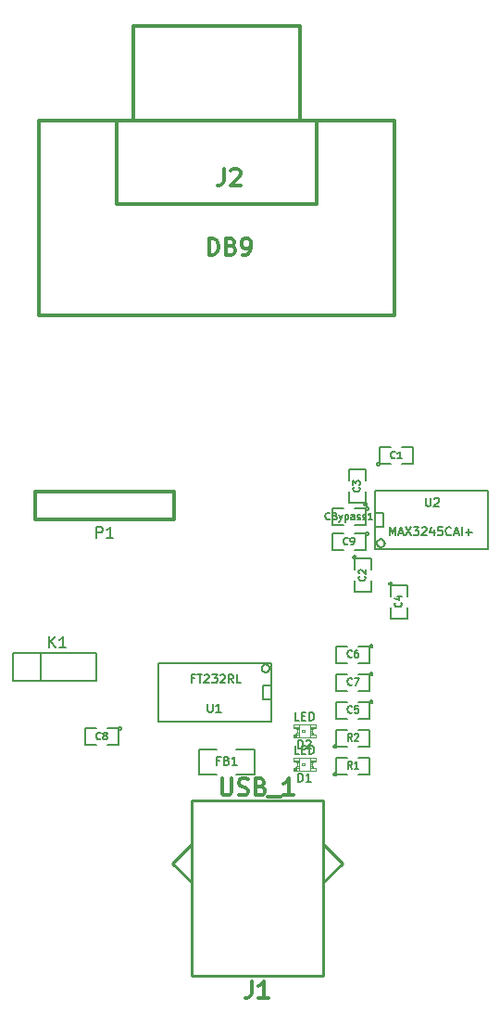
<source format=gto>
G04 (created by PCBNEW-RS274X (2012-02-19 BZR 3421)-stable) date jue 22 mar 2012 00:35:12 COT*
G01*
G70*
G90*
%MOIN*%
G04 Gerber Fmt 3.4, Leading zero omitted, Abs format*
%FSLAX34Y34*%
G04 APERTURE LIST*
%ADD10C,0.006000*%
%ADD11C,0.005000*%
%ADD12C,0.012000*%
%ADD13C,0.002600*%
%ADD14C,0.004000*%
%ADD15C,0.002000*%
%ADD16C,0.010000*%
%ADD17C,0.008000*%
G04 APERTURE END LIST*
G54D10*
G54D11*
X96941Y-47850D02*
X96938Y-47877D01*
X96930Y-47903D01*
X96917Y-47928D01*
X96900Y-47949D01*
X96878Y-47966D01*
X96854Y-47979D01*
X96828Y-47988D01*
X96800Y-47990D01*
X96774Y-47988D01*
X96748Y-47980D01*
X96723Y-47967D01*
X96702Y-47950D01*
X96684Y-47929D01*
X96671Y-47905D01*
X96663Y-47879D01*
X96660Y-47851D01*
X96662Y-47825D01*
X96669Y-47799D01*
X96682Y-47774D01*
X96699Y-47753D01*
X96720Y-47735D01*
X96744Y-47721D01*
X96770Y-47713D01*
X96798Y-47710D01*
X96824Y-47712D01*
X96850Y-47719D01*
X96875Y-47731D01*
X96897Y-47748D01*
X96915Y-47769D01*
X96928Y-47793D01*
X96937Y-47819D01*
X96940Y-47847D01*
X96941Y-47850D01*
X97000Y-48950D02*
X96700Y-48950D01*
X96700Y-48950D02*
X96700Y-48450D01*
X96700Y-48450D02*
X97000Y-48450D01*
X92950Y-47650D02*
X97000Y-47650D01*
X97000Y-49750D02*
X92950Y-49750D01*
X97000Y-49750D02*
X97000Y-47650D01*
X92950Y-49750D02*
X92950Y-47650D01*
X101091Y-43350D02*
X101088Y-43377D01*
X101080Y-43403D01*
X101067Y-43428D01*
X101050Y-43449D01*
X101028Y-43466D01*
X101004Y-43479D01*
X100978Y-43488D01*
X100950Y-43490D01*
X100924Y-43488D01*
X100898Y-43480D01*
X100873Y-43467D01*
X100852Y-43450D01*
X100834Y-43429D01*
X100821Y-43405D01*
X100813Y-43379D01*
X100810Y-43351D01*
X100812Y-43325D01*
X100819Y-43299D01*
X100832Y-43274D01*
X100849Y-43253D01*
X100870Y-43235D01*
X100894Y-43221D01*
X100920Y-43213D01*
X100948Y-43210D01*
X100974Y-43212D01*
X101000Y-43219D01*
X101025Y-43231D01*
X101047Y-43248D01*
X101065Y-43269D01*
X101078Y-43293D01*
X101087Y-43319D01*
X101090Y-43347D01*
X101091Y-43350D01*
X100750Y-42250D02*
X101050Y-42250D01*
X101050Y-42250D02*
X101050Y-42750D01*
X101050Y-42750D02*
X100750Y-42750D01*
X104800Y-43550D02*
X100750Y-43550D01*
X100750Y-41450D02*
X104800Y-41450D01*
X100750Y-41450D02*
X100750Y-43550D01*
X104800Y-41450D02*
X104800Y-43550D01*
X96400Y-51650D02*
X96400Y-50750D01*
X96400Y-50750D02*
X95750Y-50750D01*
X95050Y-51650D02*
X94400Y-51650D01*
X94400Y-51650D02*
X94400Y-50750D01*
X94400Y-50750D02*
X95050Y-50750D01*
X95750Y-51650D02*
X96400Y-51650D01*
X100500Y-42100D02*
X100499Y-42109D01*
X100496Y-42119D01*
X100491Y-42127D01*
X100485Y-42135D01*
X100477Y-42141D01*
X100469Y-42146D01*
X100460Y-42148D01*
X100450Y-42149D01*
X100441Y-42149D01*
X100432Y-42146D01*
X100423Y-42141D01*
X100416Y-42135D01*
X100409Y-42128D01*
X100405Y-42119D01*
X100402Y-42110D01*
X100401Y-42100D01*
X100401Y-42091D01*
X100404Y-42082D01*
X100408Y-42073D01*
X100415Y-42066D01*
X100422Y-42059D01*
X100430Y-42055D01*
X100440Y-42052D01*
X100449Y-42051D01*
X100458Y-42051D01*
X100468Y-42054D01*
X100476Y-42058D01*
X100484Y-42064D01*
X100490Y-42072D01*
X100495Y-42080D01*
X100498Y-42089D01*
X100499Y-42099D01*
X100500Y-42100D01*
X100000Y-42100D02*
X100400Y-42100D01*
X100400Y-42100D02*
X100400Y-42700D01*
X100400Y-42700D02*
X100000Y-42700D01*
X99600Y-42700D02*
X99200Y-42700D01*
X99200Y-42700D02*
X99200Y-42100D01*
X99200Y-42100D02*
X99600Y-42100D01*
X99350Y-50650D02*
X99349Y-50659D01*
X99346Y-50669D01*
X99341Y-50677D01*
X99335Y-50685D01*
X99327Y-50691D01*
X99319Y-50696D01*
X99310Y-50698D01*
X99300Y-50699D01*
X99291Y-50699D01*
X99282Y-50696D01*
X99273Y-50691D01*
X99266Y-50685D01*
X99259Y-50678D01*
X99255Y-50669D01*
X99252Y-50660D01*
X99251Y-50650D01*
X99251Y-50641D01*
X99254Y-50632D01*
X99258Y-50623D01*
X99265Y-50616D01*
X99272Y-50609D01*
X99280Y-50605D01*
X99290Y-50602D01*
X99299Y-50601D01*
X99308Y-50601D01*
X99318Y-50604D01*
X99326Y-50608D01*
X99334Y-50614D01*
X99340Y-50622D01*
X99345Y-50630D01*
X99348Y-50639D01*
X99349Y-50649D01*
X99350Y-50650D01*
X99750Y-50650D02*
X99350Y-50650D01*
X99350Y-50650D02*
X99350Y-50050D01*
X99350Y-50050D02*
X99750Y-50050D01*
X100150Y-50050D02*
X100550Y-50050D01*
X100550Y-50050D02*
X100550Y-50650D01*
X100550Y-50650D02*
X100150Y-50650D01*
X99350Y-51650D02*
X99349Y-51659D01*
X99346Y-51669D01*
X99341Y-51677D01*
X99335Y-51685D01*
X99327Y-51691D01*
X99319Y-51696D01*
X99310Y-51698D01*
X99300Y-51699D01*
X99291Y-51699D01*
X99282Y-51696D01*
X99273Y-51691D01*
X99266Y-51685D01*
X99259Y-51678D01*
X99255Y-51669D01*
X99252Y-51660D01*
X99251Y-51650D01*
X99251Y-51641D01*
X99254Y-51632D01*
X99258Y-51623D01*
X99265Y-51616D01*
X99272Y-51609D01*
X99280Y-51605D01*
X99290Y-51602D01*
X99299Y-51601D01*
X99308Y-51601D01*
X99318Y-51604D01*
X99326Y-51608D01*
X99334Y-51614D01*
X99340Y-51622D01*
X99345Y-51630D01*
X99348Y-51639D01*
X99349Y-51649D01*
X99350Y-51650D01*
X99750Y-51650D02*
X99350Y-51650D01*
X99350Y-51650D02*
X99350Y-51050D01*
X99350Y-51050D02*
X99750Y-51050D01*
X100150Y-51050D02*
X100550Y-51050D01*
X100550Y-51050D02*
X100550Y-51650D01*
X100550Y-51650D02*
X100150Y-51650D01*
X100050Y-43850D02*
X100049Y-43859D01*
X100046Y-43869D01*
X100041Y-43877D01*
X100035Y-43885D01*
X100027Y-43891D01*
X100019Y-43896D01*
X100010Y-43898D01*
X100000Y-43899D01*
X99991Y-43899D01*
X99982Y-43896D01*
X99973Y-43891D01*
X99966Y-43885D01*
X99959Y-43878D01*
X99955Y-43869D01*
X99952Y-43860D01*
X99951Y-43850D01*
X99951Y-43841D01*
X99954Y-43832D01*
X99958Y-43823D01*
X99965Y-43816D01*
X99972Y-43809D01*
X99980Y-43805D01*
X99990Y-43802D01*
X99999Y-43801D01*
X100008Y-43801D01*
X100018Y-43804D01*
X100026Y-43808D01*
X100034Y-43814D01*
X100040Y-43822D01*
X100045Y-43830D01*
X100048Y-43839D01*
X100049Y-43849D01*
X100050Y-43850D01*
X100000Y-44300D02*
X100000Y-43900D01*
X100000Y-43900D02*
X100600Y-43900D01*
X100600Y-43900D02*
X100600Y-44300D01*
X100600Y-44700D02*
X100600Y-45100D01*
X100600Y-45100D02*
X100000Y-45100D01*
X100000Y-45100D02*
X100000Y-44700D01*
X100900Y-40500D02*
X100899Y-40509D01*
X100896Y-40519D01*
X100891Y-40527D01*
X100885Y-40535D01*
X100877Y-40541D01*
X100869Y-40546D01*
X100860Y-40548D01*
X100850Y-40549D01*
X100841Y-40549D01*
X100832Y-40546D01*
X100823Y-40541D01*
X100816Y-40535D01*
X100809Y-40528D01*
X100805Y-40519D01*
X100802Y-40510D01*
X100801Y-40500D01*
X100801Y-40491D01*
X100804Y-40482D01*
X100808Y-40473D01*
X100815Y-40466D01*
X100822Y-40459D01*
X100830Y-40455D01*
X100840Y-40452D01*
X100849Y-40451D01*
X100858Y-40451D01*
X100868Y-40454D01*
X100876Y-40458D01*
X100884Y-40464D01*
X100890Y-40472D01*
X100895Y-40480D01*
X100898Y-40489D01*
X100899Y-40499D01*
X100900Y-40500D01*
X101300Y-40500D02*
X100900Y-40500D01*
X100900Y-40500D02*
X100900Y-39900D01*
X100900Y-39900D02*
X101300Y-39900D01*
X101700Y-39900D02*
X102100Y-39900D01*
X102100Y-39900D02*
X102100Y-40500D01*
X102100Y-40500D02*
X101700Y-40500D01*
X91600Y-50000D02*
X91599Y-50009D01*
X91596Y-50019D01*
X91591Y-50027D01*
X91585Y-50035D01*
X91577Y-50041D01*
X91569Y-50046D01*
X91560Y-50048D01*
X91550Y-50049D01*
X91541Y-50049D01*
X91532Y-50046D01*
X91523Y-50041D01*
X91516Y-50035D01*
X91509Y-50028D01*
X91505Y-50019D01*
X91502Y-50010D01*
X91501Y-50000D01*
X91501Y-49991D01*
X91504Y-49982D01*
X91508Y-49973D01*
X91515Y-49966D01*
X91522Y-49959D01*
X91530Y-49955D01*
X91540Y-49952D01*
X91549Y-49951D01*
X91558Y-49951D01*
X91568Y-49954D01*
X91576Y-49958D01*
X91584Y-49964D01*
X91590Y-49972D01*
X91595Y-49980D01*
X91598Y-49989D01*
X91599Y-49999D01*
X91600Y-50000D01*
X91100Y-50000D02*
X91500Y-50000D01*
X91500Y-50000D02*
X91500Y-50600D01*
X91500Y-50600D02*
X91100Y-50600D01*
X90700Y-50600D02*
X90300Y-50600D01*
X90300Y-50600D02*
X90300Y-50000D01*
X90300Y-50000D02*
X90700Y-50000D01*
X100650Y-48050D02*
X100649Y-48059D01*
X100646Y-48069D01*
X100641Y-48077D01*
X100635Y-48085D01*
X100627Y-48091D01*
X100619Y-48096D01*
X100610Y-48098D01*
X100600Y-48099D01*
X100591Y-48099D01*
X100582Y-48096D01*
X100573Y-48091D01*
X100566Y-48085D01*
X100559Y-48078D01*
X100555Y-48069D01*
X100552Y-48060D01*
X100551Y-48050D01*
X100551Y-48041D01*
X100554Y-48032D01*
X100558Y-48023D01*
X100565Y-48016D01*
X100572Y-48009D01*
X100580Y-48005D01*
X100590Y-48002D01*
X100599Y-48001D01*
X100608Y-48001D01*
X100618Y-48004D01*
X100626Y-48008D01*
X100634Y-48014D01*
X100640Y-48022D01*
X100645Y-48030D01*
X100648Y-48039D01*
X100649Y-48049D01*
X100650Y-48050D01*
X100150Y-48050D02*
X100550Y-48050D01*
X100550Y-48050D02*
X100550Y-48650D01*
X100550Y-48650D02*
X100150Y-48650D01*
X99750Y-48650D02*
X99350Y-48650D01*
X99350Y-48650D02*
X99350Y-48050D01*
X99350Y-48050D02*
X99750Y-48050D01*
X100650Y-47050D02*
X100649Y-47059D01*
X100646Y-47069D01*
X100641Y-47077D01*
X100635Y-47085D01*
X100627Y-47091D01*
X100619Y-47096D01*
X100610Y-47098D01*
X100600Y-47099D01*
X100591Y-47099D01*
X100582Y-47096D01*
X100573Y-47091D01*
X100566Y-47085D01*
X100559Y-47078D01*
X100555Y-47069D01*
X100552Y-47060D01*
X100551Y-47050D01*
X100551Y-47041D01*
X100554Y-47032D01*
X100558Y-47023D01*
X100565Y-47016D01*
X100572Y-47009D01*
X100580Y-47005D01*
X100590Y-47002D01*
X100599Y-47001D01*
X100608Y-47001D01*
X100618Y-47004D01*
X100626Y-47008D01*
X100634Y-47014D01*
X100640Y-47022D01*
X100645Y-47030D01*
X100648Y-47039D01*
X100649Y-47049D01*
X100650Y-47050D01*
X100150Y-47050D02*
X100550Y-47050D01*
X100550Y-47050D02*
X100550Y-47650D01*
X100550Y-47650D02*
X100150Y-47650D01*
X99750Y-47650D02*
X99350Y-47650D01*
X99350Y-47650D02*
X99350Y-47050D01*
X99350Y-47050D02*
X99750Y-47050D01*
X100650Y-49050D02*
X100649Y-49059D01*
X100646Y-49069D01*
X100641Y-49077D01*
X100635Y-49085D01*
X100627Y-49091D01*
X100619Y-49096D01*
X100610Y-49098D01*
X100600Y-49099D01*
X100591Y-49099D01*
X100582Y-49096D01*
X100573Y-49091D01*
X100566Y-49085D01*
X100559Y-49078D01*
X100555Y-49069D01*
X100552Y-49060D01*
X100551Y-49050D01*
X100551Y-49041D01*
X100554Y-49032D01*
X100558Y-49023D01*
X100565Y-49016D01*
X100572Y-49009D01*
X100580Y-49005D01*
X100590Y-49002D01*
X100599Y-49001D01*
X100608Y-49001D01*
X100618Y-49004D01*
X100626Y-49008D01*
X100634Y-49014D01*
X100640Y-49022D01*
X100645Y-49030D01*
X100648Y-49039D01*
X100649Y-49049D01*
X100650Y-49050D01*
X100150Y-49050D02*
X100550Y-49050D01*
X100550Y-49050D02*
X100550Y-49650D01*
X100550Y-49650D02*
X100150Y-49650D01*
X99750Y-49650D02*
X99350Y-49650D01*
X99350Y-49650D02*
X99350Y-49050D01*
X99350Y-49050D02*
X99750Y-49050D01*
X101350Y-44800D02*
X101349Y-44809D01*
X101346Y-44819D01*
X101341Y-44827D01*
X101335Y-44835D01*
X101327Y-44841D01*
X101319Y-44846D01*
X101310Y-44848D01*
X101300Y-44849D01*
X101291Y-44849D01*
X101282Y-44846D01*
X101273Y-44841D01*
X101266Y-44835D01*
X101259Y-44828D01*
X101255Y-44819D01*
X101252Y-44810D01*
X101251Y-44800D01*
X101251Y-44791D01*
X101254Y-44782D01*
X101258Y-44773D01*
X101265Y-44766D01*
X101272Y-44759D01*
X101280Y-44755D01*
X101290Y-44752D01*
X101299Y-44751D01*
X101308Y-44751D01*
X101318Y-44754D01*
X101326Y-44758D01*
X101334Y-44764D01*
X101340Y-44772D01*
X101345Y-44780D01*
X101348Y-44789D01*
X101349Y-44799D01*
X101350Y-44800D01*
X101300Y-45250D02*
X101300Y-44850D01*
X101300Y-44850D02*
X101900Y-44850D01*
X101900Y-44850D02*
X101900Y-45250D01*
X101900Y-45650D02*
X101900Y-46050D01*
X101900Y-46050D02*
X101300Y-46050D01*
X101300Y-46050D02*
X101300Y-45650D01*
X100450Y-41950D02*
X100449Y-41959D01*
X100446Y-41969D01*
X100441Y-41977D01*
X100435Y-41985D01*
X100427Y-41991D01*
X100419Y-41996D01*
X100410Y-41998D01*
X100400Y-41999D01*
X100391Y-41999D01*
X100382Y-41996D01*
X100373Y-41991D01*
X100366Y-41985D01*
X100359Y-41978D01*
X100355Y-41969D01*
X100352Y-41960D01*
X100351Y-41950D01*
X100351Y-41941D01*
X100354Y-41932D01*
X100358Y-41923D01*
X100365Y-41916D01*
X100372Y-41909D01*
X100380Y-41905D01*
X100390Y-41902D01*
X100399Y-41901D01*
X100408Y-41901D01*
X100418Y-41904D01*
X100426Y-41908D01*
X100434Y-41914D01*
X100440Y-41922D01*
X100445Y-41930D01*
X100448Y-41939D01*
X100449Y-41949D01*
X100450Y-41950D01*
X100400Y-41500D02*
X100400Y-41900D01*
X100400Y-41900D02*
X99800Y-41900D01*
X99800Y-41900D02*
X99800Y-41500D01*
X99800Y-41100D02*
X99800Y-40700D01*
X99800Y-40700D02*
X100400Y-40700D01*
X100400Y-40700D02*
X100400Y-41100D01*
G54D12*
X93500Y-42500D02*
X93500Y-41500D01*
X88500Y-41500D02*
X88500Y-42500D01*
X93500Y-42500D02*
X88500Y-42500D01*
X88500Y-41500D02*
X93500Y-41500D01*
G54D10*
X87700Y-48300D02*
X87700Y-47300D01*
X87700Y-47300D02*
X90700Y-47300D01*
X90700Y-47300D02*
X90700Y-48300D01*
X90700Y-48300D02*
X87700Y-48300D01*
X88700Y-47300D02*
X88700Y-48300D01*
G54D13*
X98004Y-51182D02*
X98004Y-51054D01*
X98004Y-51054D02*
X97807Y-51054D01*
X97807Y-51182D02*
X97807Y-51054D01*
X98004Y-51182D02*
X97807Y-51182D01*
X98004Y-51427D02*
X98004Y-51368D01*
X98004Y-51368D02*
X97905Y-51368D01*
X97905Y-51427D02*
X97905Y-51368D01*
X98004Y-51427D02*
X97905Y-51427D01*
X98004Y-51232D02*
X98004Y-51173D01*
X98004Y-51173D02*
X97905Y-51173D01*
X97905Y-51232D02*
X97905Y-51173D01*
X98004Y-51232D02*
X97905Y-51232D01*
X98004Y-51378D02*
X98004Y-51222D01*
X98004Y-51222D02*
X97935Y-51222D01*
X97935Y-51378D02*
X97935Y-51222D01*
X98004Y-51378D02*
X97935Y-51378D01*
X98593Y-51182D02*
X98593Y-51054D01*
X98593Y-51054D02*
X98396Y-51054D01*
X98396Y-51182D02*
X98396Y-51054D01*
X98593Y-51182D02*
X98396Y-51182D01*
X98593Y-51546D02*
X98593Y-51418D01*
X98593Y-51418D02*
X98396Y-51418D01*
X98396Y-51546D02*
X98396Y-51418D01*
X98593Y-51546D02*
X98396Y-51546D01*
X98495Y-51232D02*
X98495Y-51173D01*
X98495Y-51173D02*
X98396Y-51173D01*
X98396Y-51232D02*
X98396Y-51173D01*
X98495Y-51232D02*
X98396Y-51232D01*
X98495Y-51427D02*
X98495Y-51368D01*
X98495Y-51368D02*
X98396Y-51368D01*
X98396Y-51427D02*
X98396Y-51368D01*
X98495Y-51427D02*
X98396Y-51427D01*
X98465Y-51378D02*
X98465Y-51222D01*
X98465Y-51222D02*
X98396Y-51222D01*
X98396Y-51378D02*
X98396Y-51222D01*
X98465Y-51378D02*
X98396Y-51378D01*
X98200Y-51339D02*
X98200Y-51261D01*
X98200Y-51261D02*
X98122Y-51261D01*
X98122Y-51339D02*
X98122Y-51261D01*
X98200Y-51339D02*
X98122Y-51339D01*
X98004Y-51536D02*
X98004Y-51418D01*
X98004Y-51418D02*
X97886Y-51418D01*
X97886Y-51536D02*
X97886Y-51418D01*
X98004Y-51536D02*
X97886Y-51536D01*
X97836Y-51546D02*
X97836Y-51457D01*
X97836Y-51457D02*
X97807Y-51457D01*
X97807Y-51546D02*
X97807Y-51457D01*
X97836Y-51546D02*
X97807Y-51546D01*
G54D14*
X97994Y-51074D02*
X98406Y-51074D01*
X98396Y-51526D02*
X97836Y-51526D01*
G54D15*
X97894Y-51477D02*
X97893Y-51482D01*
X97891Y-51487D01*
X97889Y-51492D01*
X97885Y-51496D01*
X97881Y-51500D01*
X97876Y-51502D01*
X97871Y-51504D01*
X97866Y-51504D01*
X97861Y-51504D01*
X97856Y-51502D01*
X97851Y-51500D01*
X97847Y-51497D01*
X97843Y-51492D01*
X97841Y-51488D01*
X97839Y-51482D01*
X97839Y-51477D01*
X97839Y-51472D01*
X97840Y-51467D01*
X97843Y-51462D01*
X97846Y-51458D01*
X97851Y-51455D01*
X97855Y-51452D01*
X97860Y-51450D01*
X97866Y-51450D01*
X97870Y-51450D01*
X97876Y-51451D01*
X97881Y-51454D01*
X97885Y-51457D01*
X97888Y-51461D01*
X97891Y-51466D01*
X97893Y-51471D01*
X97893Y-51477D01*
X97894Y-51477D01*
G54D14*
X97807Y-51437D02*
X97818Y-51436D01*
X97830Y-51434D01*
X97842Y-51432D01*
X97853Y-51428D01*
X97864Y-51424D01*
X97875Y-51418D01*
X97885Y-51412D01*
X97895Y-51404D01*
X97903Y-51396D01*
X97911Y-51388D01*
X97919Y-51378D01*
X97925Y-51368D01*
X97931Y-51357D01*
X97935Y-51346D01*
X97939Y-51335D01*
X97941Y-51323D01*
X97943Y-51311D01*
X97944Y-51300D01*
X97943Y-51289D01*
X97941Y-51277D01*
X97939Y-51265D01*
X97935Y-51254D01*
X97931Y-51243D01*
X97925Y-51232D01*
X97919Y-51222D01*
X97911Y-51212D01*
X97903Y-51204D01*
X97895Y-51196D01*
X97885Y-51188D01*
X97875Y-51182D01*
X97864Y-51176D01*
X97853Y-51172D01*
X97842Y-51168D01*
X97830Y-51166D01*
X97818Y-51164D01*
X97807Y-51163D01*
X98593Y-51163D02*
X98582Y-51164D01*
X98570Y-51166D01*
X98558Y-51168D01*
X98547Y-51172D01*
X98536Y-51176D01*
X98525Y-51182D01*
X98515Y-51188D01*
X98505Y-51196D01*
X98497Y-51204D01*
X98489Y-51212D01*
X98481Y-51222D01*
X98475Y-51232D01*
X98469Y-51243D01*
X98465Y-51254D01*
X98461Y-51265D01*
X98459Y-51277D01*
X98457Y-51289D01*
X98456Y-51300D01*
X98457Y-51311D01*
X98459Y-51323D01*
X98461Y-51335D01*
X98465Y-51346D01*
X98469Y-51357D01*
X98475Y-51368D01*
X98481Y-51378D01*
X98489Y-51388D01*
X98497Y-51396D01*
X98505Y-51404D01*
X98515Y-51412D01*
X98525Y-51418D01*
X98536Y-51424D01*
X98547Y-51428D01*
X98558Y-51432D01*
X98570Y-51434D01*
X98582Y-51436D01*
X98593Y-51437D01*
G54D13*
X98004Y-49982D02*
X98004Y-49854D01*
X98004Y-49854D02*
X97807Y-49854D01*
X97807Y-49982D02*
X97807Y-49854D01*
X98004Y-49982D02*
X97807Y-49982D01*
X98004Y-50227D02*
X98004Y-50168D01*
X98004Y-50168D02*
X97905Y-50168D01*
X97905Y-50227D02*
X97905Y-50168D01*
X98004Y-50227D02*
X97905Y-50227D01*
X98004Y-50032D02*
X98004Y-49973D01*
X98004Y-49973D02*
X97905Y-49973D01*
X97905Y-50032D02*
X97905Y-49973D01*
X98004Y-50032D02*
X97905Y-50032D01*
X98004Y-50178D02*
X98004Y-50022D01*
X98004Y-50022D02*
X97935Y-50022D01*
X97935Y-50178D02*
X97935Y-50022D01*
X98004Y-50178D02*
X97935Y-50178D01*
X98593Y-49982D02*
X98593Y-49854D01*
X98593Y-49854D02*
X98396Y-49854D01*
X98396Y-49982D02*
X98396Y-49854D01*
X98593Y-49982D02*
X98396Y-49982D01*
X98593Y-50346D02*
X98593Y-50218D01*
X98593Y-50218D02*
X98396Y-50218D01*
X98396Y-50346D02*
X98396Y-50218D01*
X98593Y-50346D02*
X98396Y-50346D01*
X98495Y-50032D02*
X98495Y-49973D01*
X98495Y-49973D02*
X98396Y-49973D01*
X98396Y-50032D02*
X98396Y-49973D01*
X98495Y-50032D02*
X98396Y-50032D01*
X98495Y-50227D02*
X98495Y-50168D01*
X98495Y-50168D02*
X98396Y-50168D01*
X98396Y-50227D02*
X98396Y-50168D01*
X98495Y-50227D02*
X98396Y-50227D01*
X98465Y-50178D02*
X98465Y-50022D01*
X98465Y-50022D02*
X98396Y-50022D01*
X98396Y-50178D02*
X98396Y-50022D01*
X98465Y-50178D02*
X98396Y-50178D01*
X98200Y-50139D02*
X98200Y-50061D01*
X98200Y-50061D02*
X98122Y-50061D01*
X98122Y-50139D02*
X98122Y-50061D01*
X98200Y-50139D02*
X98122Y-50139D01*
X98004Y-50336D02*
X98004Y-50218D01*
X98004Y-50218D02*
X97886Y-50218D01*
X97886Y-50336D02*
X97886Y-50218D01*
X98004Y-50336D02*
X97886Y-50336D01*
X97836Y-50346D02*
X97836Y-50257D01*
X97836Y-50257D02*
X97807Y-50257D01*
X97807Y-50346D02*
X97807Y-50257D01*
X97836Y-50346D02*
X97807Y-50346D01*
G54D14*
X97994Y-49874D02*
X98406Y-49874D01*
X98396Y-50326D02*
X97836Y-50326D01*
G54D15*
X97894Y-50277D02*
X97893Y-50282D01*
X97891Y-50287D01*
X97889Y-50292D01*
X97885Y-50296D01*
X97881Y-50300D01*
X97876Y-50302D01*
X97871Y-50304D01*
X97866Y-50304D01*
X97861Y-50304D01*
X97856Y-50302D01*
X97851Y-50300D01*
X97847Y-50297D01*
X97843Y-50292D01*
X97841Y-50288D01*
X97839Y-50282D01*
X97839Y-50277D01*
X97839Y-50272D01*
X97840Y-50267D01*
X97843Y-50262D01*
X97846Y-50258D01*
X97851Y-50255D01*
X97855Y-50252D01*
X97860Y-50250D01*
X97866Y-50250D01*
X97870Y-50250D01*
X97876Y-50251D01*
X97881Y-50254D01*
X97885Y-50257D01*
X97888Y-50261D01*
X97891Y-50266D01*
X97893Y-50271D01*
X97893Y-50277D01*
X97894Y-50277D01*
G54D14*
X97807Y-50237D02*
X97818Y-50236D01*
X97830Y-50234D01*
X97842Y-50232D01*
X97853Y-50228D01*
X97864Y-50224D01*
X97875Y-50218D01*
X97885Y-50212D01*
X97895Y-50204D01*
X97903Y-50196D01*
X97911Y-50188D01*
X97919Y-50178D01*
X97925Y-50168D01*
X97931Y-50157D01*
X97935Y-50146D01*
X97939Y-50135D01*
X97941Y-50123D01*
X97943Y-50111D01*
X97944Y-50100D01*
X97943Y-50089D01*
X97941Y-50077D01*
X97939Y-50065D01*
X97935Y-50054D01*
X97931Y-50043D01*
X97925Y-50032D01*
X97919Y-50022D01*
X97911Y-50012D01*
X97903Y-50004D01*
X97895Y-49996D01*
X97885Y-49988D01*
X97875Y-49982D01*
X97864Y-49976D01*
X97853Y-49972D01*
X97842Y-49968D01*
X97830Y-49966D01*
X97818Y-49964D01*
X97807Y-49963D01*
X98593Y-49963D02*
X98582Y-49964D01*
X98570Y-49966D01*
X98558Y-49968D01*
X98547Y-49972D01*
X98536Y-49976D01*
X98525Y-49982D01*
X98515Y-49988D01*
X98505Y-49996D01*
X98497Y-50004D01*
X98489Y-50012D01*
X98481Y-50022D01*
X98475Y-50032D01*
X98469Y-50043D01*
X98465Y-50054D01*
X98461Y-50065D01*
X98459Y-50077D01*
X98457Y-50089D01*
X98456Y-50100D01*
X98457Y-50111D01*
X98459Y-50123D01*
X98461Y-50135D01*
X98465Y-50146D01*
X98469Y-50157D01*
X98475Y-50168D01*
X98481Y-50178D01*
X98489Y-50188D01*
X98497Y-50196D01*
X98505Y-50204D01*
X98515Y-50212D01*
X98525Y-50218D01*
X98536Y-50224D01*
X98547Y-50228D01*
X98558Y-50232D01*
X98570Y-50234D01*
X98582Y-50236D01*
X98593Y-50237D01*
G54D12*
X88650Y-35150D02*
X101450Y-35150D01*
X101450Y-35150D02*
X101450Y-28150D01*
X101450Y-28150D02*
X88650Y-28150D01*
X88650Y-28150D02*
X88650Y-35150D01*
X91450Y-28150D02*
X91450Y-31150D01*
X91450Y-31150D02*
X98650Y-31150D01*
X98650Y-31150D02*
X98650Y-28150D01*
X92050Y-28150D02*
X92050Y-24750D01*
X92050Y-24750D02*
X98050Y-24750D01*
X98050Y-24750D02*
X98050Y-28150D01*
G54D16*
X98870Y-54160D02*
X99560Y-54850D01*
X99560Y-54850D02*
X98870Y-55540D01*
X94130Y-54160D02*
X93440Y-54850D01*
X93440Y-54850D02*
X94130Y-55540D01*
X94130Y-54850D02*
X94130Y-58910D01*
X94130Y-58910D02*
X98870Y-58910D01*
X98870Y-58910D02*
X98870Y-54850D01*
X98870Y-54850D02*
X98870Y-52600D01*
X98870Y-52600D02*
X94130Y-52600D01*
X94130Y-52600D02*
X94130Y-54850D01*
G54D11*
X100500Y-43000D02*
X100499Y-43009D01*
X100496Y-43019D01*
X100491Y-43027D01*
X100485Y-43035D01*
X100477Y-43041D01*
X100469Y-43046D01*
X100460Y-43048D01*
X100450Y-43049D01*
X100441Y-43049D01*
X100432Y-43046D01*
X100423Y-43041D01*
X100416Y-43035D01*
X100409Y-43028D01*
X100405Y-43019D01*
X100402Y-43010D01*
X100401Y-43000D01*
X100401Y-42991D01*
X100404Y-42982D01*
X100408Y-42973D01*
X100415Y-42966D01*
X100422Y-42959D01*
X100430Y-42955D01*
X100440Y-42952D01*
X100449Y-42951D01*
X100458Y-42951D01*
X100468Y-42954D01*
X100476Y-42958D01*
X100484Y-42964D01*
X100490Y-42972D01*
X100495Y-42980D01*
X100498Y-42989D01*
X100499Y-42999D01*
X100500Y-43000D01*
X100000Y-43000D02*
X100400Y-43000D01*
X100400Y-43000D02*
X100400Y-43600D01*
X100400Y-43600D02*
X100000Y-43600D01*
X99600Y-43600D02*
X99200Y-43600D01*
X99200Y-43600D02*
X99200Y-43000D01*
X99200Y-43000D02*
X99600Y-43000D01*
X94721Y-49121D02*
X94721Y-49364D01*
X94736Y-49393D01*
X94750Y-49407D01*
X94779Y-49421D01*
X94836Y-49421D01*
X94864Y-49407D01*
X94879Y-49393D01*
X94893Y-49364D01*
X94893Y-49121D01*
X95193Y-49421D02*
X95021Y-49421D01*
X95107Y-49421D02*
X95107Y-49121D01*
X95078Y-49164D01*
X95050Y-49193D01*
X95021Y-49207D01*
X94228Y-48214D02*
X94128Y-48214D01*
X94128Y-48371D02*
X94128Y-48071D01*
X94271Y-48071D01*
X94343Y-48071D02*
X94514Y-48071D01*
X94428Y-48371D02*
X94428Y-48071D01*
X94600Y-48100D02*
X94614Y-48086D01*
X94643Y-48071D01*
X94714Y-48071D01*
X94743Y-48086D01*
X94757Y-48100D01*
X94772Y-48129D01*
X94772Y-48157D01*
X94757Y-48200D01*
X94586Y-48371D01*
X94772Y-48371D01*
X94872Y-48071D02*
X95058Y-48071D01*
X94958Y-48186D01*
X95000Y-48186D01*
X95029Y-48200D01*
X95043Y-48214D01*
X95058Y-48243D01*
X95058Y-48314D01*
X95043Y-48343D01*
X95029Y-48357D01*
X95000Y-48371D01*
X94915Y-48371D01*
X94886Y-48357D01*
X94872Y-48343D01*
X95172Y-48100D02*
X95186Y-48086D01*
X95215Y-48071D01*
X95286Y-48071D01*
X95315Y-48086D01*
X95329Y-48100D01*
X95344Y-48129D01*
X95344Y-48157D01*
X95329Y-48200D01*
X95158Y-48371D01*
X95344Y-48371D01*
X95644Y-48371D02*
X95544Y-48229D01*
X95472Y-48371D02*
X95472Y-48071D01*
X95587Y-48071D01*
X95615Y-48086D01*
X95630Y-48100D01*
X95644Y-48129D01*
X95644Y-48171D01*
X95630Y-48200D01*
X95615Y-48214D01*
X95587Y-48229D01*
X95472Y-48229D01*
X95915Y-48371D02*
X95772Y-48371D01*
X95772Y-48071D01*
X102571Y-41721D02*
X102571Y-41964D01*
X102586Y-41993D01*
X102600Y-42007D01*
X102629Y-42021D01*
X102686Y-42021D01*
X102714Y-42007D01*
X102729Y-41993D01*
X102743Y-41964D01*
X102743Y-41721D01*
X102871Y-41750D02*
X102885Y-41736D01*
X102914Y-41721D01*
X102985Y-41721D01*
X103014Y-41736D01*
X103028Y-41750D01*
X103043Y-41779D01*
X103043Y-41807D01*
X103028Y-41850D01*
X102857Y-42021D01*
X103043Y-42021D01*
X101271Y-43071D02*
X101271Y-42771D01*
X101371Y-42986D01*
X101471Y-42771D01*
X101471Y-43071D01*
X101600Y-42986D02*
X101743Y-42986D01*
X101572Y-43071D02*
X101672Y-42771D01*
X101772Y-43071D01*
X101843Y-42771D02*
X102043Y-43071D01*
X102043Y-42771D02*
X101843Y-43071D01*
X102129Y-42771D02*
X102315Y-42771D01*
X102215Y-42886D01*
X102257Y-42886D01*
X102286Y-42900D01*
X102300Y-42914D01*
X102315Y-42943D01*
X102315Y-43014D01*
X102300Y-43043D01*
X102286Y-43057D01*
X102257Y-43071D01*
X102172Y-43071D01*
X102143Y-43057D01*
X102129Y-43043D01*
X102429Y-42800D02*
X102443Y-42786D01*
X102472Y-42771D01*
X102543Y-42771D01*
X102572Y-42786D01*
X102586Y-42800D01*
X102601Y-42829D01*
X102601Y-42857D01*
X102586Y-42900D01*
X102415Y-43071D01*
X102601Y-43071D01*
X102858Y-42871D02*
X102858Y-43071D01*
X102787Y-42757D02*
X102715Y-42971D01*
X102901Y-42971D01*
X103158Y-42771D02*
X103015Y-42771D01*
X103001Y-42914D01*
X103015Y-42900D01*
X103044Y-42886D01*
X103115Y-42886D01*
X103144Y-42900D01*
X103158Y-42914D01*
X103173Y-42943D01*
X103173Y-43014D01*
X103158Y-43043D01*
X103144Y-43057D01*
X103115Y-43071D01*
X103044Y-43071D01*
X103015Y-43057D01*
X103001Y-43043D01*
X103473Y-43043D02*
X103459Y-43057D01*
X103416Y-43071D01*
X103387Y-43071D01*
X103344Y-43057D01*
X103316Y-43029D01*
X103301Y-43000D01*
X103287Y-42943D01*
X103287Y-42900D01*
X103301Y-42843D01*
X103316Y-42814D01*
X103344Y-42786D01*
X103387Y-42771D01*
X103416Y-42771D01*
X103459Y-42786D01*
X103473Y-42800D01*
X103587Y-42986D02*
X103730Y-42986D01*
X103559Y-43071D02*
X103659Y-42771D01*
X103759Y-43071D01*
X103858Y-43071D02*
X103858Y-42771D01*
X104001Y-42957D02*
X104230Y-42957D01*
X104116Y-43071D02*
X104116Y-42843D01*
X95150Y-51164D02*
X95050Y-51164D01*
X95050Y-51321D02*
X95050Y-51021D01*
X95193Y-51021D01*
X95407Y-51164D02*
X95450Y-51179D01*
X95465Y-51193D01*
X95479Y-51221D01*
X95479Y-51264D01*
X95465Y-51293D01*
X95450Y-51307D01*
X95422Y-51321D01*
X95307Y-51321D01*
X95307Y-51021D01*
X95407Y-51021D01*
X95436Y-51036D01*
X95450Y-51050D01*
X95465Y-51079D01*
X95465Y-51107D01*
X95450Y-51136D01*
X95436Y-51150D01*
X95407Y-51164D01*
X95307Y-51164D01*
X95765Y-51321D02*
X95593Y-51321D01*
X95679Y-51321D02*
X95679Y-51021D01*
X95650Y-51064D01*
X95622Y-51093D01*
X95593Y-51107D01*
X99110Y-42477D02*
X99098Y-42489D01*
X99063Y-42501D01*
X99039Y-42501D01*
X99003Y-42489D01*
X98979Y-42465D01*
X98968Y-42442D01*
X98956Y-42394D01*
X98956Y-42358D01*
X98968Y-42311D01*
X98979Y-42287D01*
X99003Y-42263D01*
X99039Y-42251D01*
X99063Y-42251D01*
X99098Y-42263D01*
X99110Y-42275D01*
X99301Y-42370D02*
X99337Y-42382D01*
X99348Y-42394D01*
X99360Y-42418D01*
X99360Y-42454D01*
X99348Y-42477D01*
X99337Y-42489D01*
X99313Y-42501D01*
X99218Y-42501D01*
X99218Y-42251D01*
X99301Y-42251D01*
X99325Y-42263D01*
X99337Y-42275D01*
X99348Y-42299D01*
X99348Y-42323D01*
X99337Y-42346D01*
X99325Y-42358D01*
X99301Y-42370D01*
X99218Y-42370D01*
X99444Y-42335D02*
X99503Y-42501D01*
X99563Y-42335D02*
X99503Y-42501D01*
X99479Y-42561D01*
X99468Y-42573D01*
X99444Y-42585D01*
X99658Y-42335D02*
X99658Y-42585D01*
X99658Y-42346D02*
X99681Y-42335D01*
X99729Y-42335D01*
X99753Y-42346D01*
X99765Y-42358D01*
X99777Y-42382D01*
X99777Y-42454D01*
X99765Y-42477D01*
X99753Y-42489D01*
X99729Y-42501D01*
X99681Y-42501D01*
X99658Y-42489D01*
X99991Y-42501D02*
X99991Y-42370D01*
X99979Y-42346D01*
X99955Y-42335D01*
X99907Y-42335D01*
X99884Y-42346D01*
X99991Y-42489D02*
X99967Y-42501D01*
X99907Y-42501D01*
X99884Y-42489D01*
X99872Y-42465D01*
X99872Y-42442D01*
X99884Y-42418D01*
X99907Y-42406D01*
X99967Y-42406D01*
X99991Y-42394D01*
X100098Y-42489D02*
X100121Y-42501D01*
X100169Y-42501D01*
X100193Y-42489D01*
X100205Y-42465D01*
X100205Y-42454D01*
X100193Y-42430D01*
X100169Y-42418D01*
X100133Y-42418D01*
X100110Y-42406D01*
X100098Y-42382D01*
X100098Y-42370D01*
X100110Y-42346D01*
X100133Y-42335D01*
X100169Y-42335D01*
X100193Y-42346D01*
X100300Y-42489D02*
X100323Y-42501D01*
X100371Y-42501D01*
X100395Y-42489D01*
X100407Y-42465D01*
X100407Y-42454D01*
X100395Y-42430D01*
X100371Y-42418D01*
X100335Y-42418D01*
X100312Y-42406D01*
X100300Y-42382D01*
X100300Y-42370D01*
X100312Y-42346D01*
X100335Y-42335D01*
X100371Y-42335D01*
X100395Y-42346D01*
X100644Y-42501D02*
X100502Y-42501D01*
X100573Y-42501D02*
X100573Y-42251D01*
X100549Y-42287D01*
X100525Y-42311D01*
X100502Y-42323D01*
X99908Y-50451D02*
X99825Y-50332D01*
X99766Y-50451D02*
X99766Y-50201D01*
X99861Y-50201D01*
X99885Y-50213D01*
X99896Y-50225D01*
X99908Y-50249D01*
X99908Y-50285D01*
X99896Y-50308D01*
X99885Y-50320D01*
X99861Y-50332D01*
X99766Y-50332D01*
X100004Y-50225D02*
X100016Y-50213D01*
X100039Y-50201D01*
X100099Y-50201D01*
X100123Y-50213D01*
X100135Y-50225D01*
X100146Y-50249D01*
X100146Y-50273D01*
X100135Y-50308D01*
X99992Y-50451D01*
X100146Y-50451D01*
X99908Y-51451D02*
X99825Y-51332D01*
X99766Y-51451D02*
X99766Y-51201D01*
X99861Y-51201D01*
X99885Y-51213D01*
X99896Y-51225D01*
X99908Y-51249D01*
X99908Y-51285D01*
X99896Y-51308D01*
X99885Y-51320D01*
X99861Y-51332D01*
X99766Y-51332D01*
X100146Y-51451D02*
X100004Y-51451D01*
X100075Y-51451D02*
X100075Y-51201D01*
X100051Y-51237D01*
X100027Y-51261D01*
X100004Y-51273D01*
X100377Y-44542D02*
X100389Y-44554D01*
X100401Y-44589D01*
X100401Y-44613D01*
X100389Y-44649D01*
X100365Y-44673D01*
X100342Y-44684D01*
X100294Y-44696D01*
X100258Y-44696D01*
X100211Y-44684D01*
X100187Y-44673D01*
X100163Y-44649D01*
X100151Y-44613D01*
X100151Y-44589D01*
X100163Y-44554D01*
X100175Y-44542D01*
X100175Y-44446D02*
X100163Y-44434D01*
X100151Y-44411D01*
X100151Y-44351D01*
X100163Y-44327D01*
X100175Y-44315D01*
X100199Y-44304D01*
X100223Y-44304D01*
X100258Y-44315D01*
X100401Y-44458D01*
X100401Y-44304D01*
X101458Y-40277D02*
X101446Y-40289D01*
X101411Y-40301D01*
X101387Y-40301D01*
X101351Y-40289D01*
X101327Y-40265D01*
X101316Y-40242D01*
X101304Y-40194D01*
X101304Y-40158D01*
X101316Y-40111D01*
X101327Y-40087D01*
X101351Y-40063D01*
X101387Y-40051D01*
X101411Y-40051D01*
X101446Y-40063D01*
X101458Y-40075D01*
X101696Y-40301D02*
X101554Y-40301D01*
X101625Y-40301D02*
X101625Y-40051D01*
X101601Y-40087D01*
X101577Y-40111D01*
X101554Y-40123D01*
X90858Y-50377D02*
X90846Y-50389D01*
X90811Y-50401D01*
X90787Y-50401D01*
X90751Y-50389D01*
X90727Y-50365D01*
X90716Y-50342D01*
X90704Y-50294D01*
X90704Y-50258D01*
X90716Y-50211D01*
X90727Y-50187D01*
X90751Y-50163D01*
X90787Y-50151D01*
X90811Y-50151D01*
X90846Y-50163D01*
X90858Y-50175D01*
X91001Y-50258D02*
X90977Y-50246D01*
X90966Y-50235D01*
X90954Y-50211D01*
X90954Y-50199D01*
X90966Y-50175D01*
X90977Y-50163D01*
X91001Y-50151D01*
X91049Y-50151D01*
X91073Y-50163D01*
X91085Y-50175D01*
X91096Y-50199D01*
X91096Y-50211D01*
X91085Y-50235D01*
X91073Y-50246D01*
X91049Y-50258D01*
X91001Y-50258D01*
X90977Y-50270D01*
X90966Y-50282D01*
X90954Y-50306D01*
X90954Y-50354D01*
X90966Y-50377D01*
X90977Y-50389D01*
X91001Y-50401D01*
X91049Y-50401D01*
X91073Y-50389D01*
X91085Y-50377D01*
X91096Y-50354D01*
X91096Y-50306D01*
X91085Y-50282D01*
X91073Y-50270D01*
X91049Y-50258D01*
X99908Y-48427D02*
X99896Y-48439D01*
X99861Y-48451D01*
X99837Y-48451D01*
X99801Y-48439D01*
X99777Y-48415D01*
X99766Y-48392D01*
X99754Y-48344D01*
X99754Y-48308D01*
X99766Y-48261D01*
X99777Y-48237D01*
X99801Y-48213D01*
X99837Y-48201D01*
X99861Y-48201D01*
X99896Y-48213D01*
X99908Y-48225D01*
X99992Y-48201D02*
X100158Y-48201D01*
X100051Y-48451D01*
X99908Y-47427D02*
X99896Y-47439D01*
X99861Y-47451D01*
X99837Y-47451D01*
X99801Y-47439D01*
X99777Y-47415D01*
X99766Y-47392D01*
X99754Y-47344D01*
X99754Y-47308D01*
X99766Y-47261D01*
X99777Y-47237D01*
X99801Y-47213D01*
X99837Y-47201D01*
X99861Y-47201D01*
X99896Y-47213D01*
X99908Y-47225D01*
X100123Y-47201D02*
X100075Y-47201D01*
X100051Y-47213D01*
X100039Y-47225D01*
X100016Y-47261D01*
X100004Y-47308D01*
X100004Y-47404D01*
X100016Y-47427D01*
X100027Y-47439D01*
X100051Y-47451D01*
X100099Y-47451D01*
X100123Y-47439D01*
X100135Y-47427D01*
X100146Y-47404D01*
X100146Y-47344D01*
X100135Y-47320D01*
X100123Y-47308D01*
X100099Y-47296D01*
X100051Y-47296D01*
X100027Y-47308D01*
X100016Y-47320D01*
X100004Y-47344D01*
X99908Y-49427D02*
X99896Y-49439D01*
X99861Y-49451D01*
X99837Y-49451D01*
X99801Y-49439D01*
X99777Y-49415D01*
X99766Y-49392D01*
X99754Y-49344D01*
X99754Y-49308D01*
X99766Y-49261D01*
X99777Y-49237D01*
X99801Y-49213D01*
X99837Y-49201D01*
X99861Y-49201D01*
X99896Y-49213D01*
X99908Y-49225D01*
X100135Y-49201D02*
X100016Y-49201D01*
X100004Y-49320D01*
X100016Y-49308D01*
X100039Y-49296D01*
X100099Y-49296D01*
X100123Y-49308D01*
X100135Y-49320D01*
X100146Y-49344D01*
X100146Y-49404D01*
X100135Y-49427D01*
X100123Y-49439D01*
X100099Y-49451D01*
X100039Y-49451D01*
X100016Y-49439D01*
X100004Y-49427D01*
X101677Y-45492D02*
X101689Y-45504D01*
X101701Y-45539D01*
X101701Y-45563D01*
X101689Y-45599D01*
X101665Y-45623D01*
X101642Y-45634D01*
X101594Y-45646D01*
X101558Y-45646D01*
X101511Y-45634D01*
X101487Y-45623D01*
X101463Y-45599D01*
X101451Y-45563D01*
X101451Y-45539D01*
X101463Y-45504D01*
X101475Y-45492D01*
X101535Y-45277D02*
X101701Y-45277D01*
X101439Y-45337D02*
X101618Y-45396D01*
X101618Y-45242D01*
X100177Y-41342D02*
X100189Y-41354D01*
X100201Y-41389D01*
X100201Y-41413D01*
X100189Y-41449D01*
X100165Y-41473D01*
X100142Y-41484D01*
X100094Y-41496D01*
X100058Y-41496D01*
X100011Y-41484D01*
X99987Y-41473D01*
X99963Y-41449D01*
X99951Y-41413D01*
X99951Y-41389D01*
X99963Y-41354D01*
X99975Y-41342D01*
X99951Y-41258D02*
X99951Y-41104D01*
X100046Y-41187D01*
X100046Y-41151D01*
X100058Y-41127D01*
X100070Y-41115D01*
X100094Y-41104D01*
X100154Y-41104D01*
X100177Y-41115D01*
X100189Y-41127D01*
X100201Y-41151D01*
X100201Y-41223D01*
X100189Y-41246D01*
X100177Y-41258D01*
G54D17*
X90705Y-43162D02*
X90705Y-42762D01*
X90858Y-42762D01*
X90896Y-42781D01*
X90915Y-42800D01*
X90934Y-42838D01*
X90934Y-42895D01*
X90915Y-42933D01*
X90896Y-42952D01*
X90858Y-42971D01*
X90705Y-42971D01*
X91315Y-43162D02*
X91086Y-43162D01*
X91200Y-43162D02*
X91200Y-42762D01*
X91162Y-42819D01*
X91124Y-42857D01*
X91086Y-42876D01*
G54D10*
X89005Y-47112D02*
X89005Y-46712D01*
X89234Y-47112D02*
X89062Y-46883D01*
X89234Y-46712D02*
X89005Y-46940D01*
X89615Y-47112D02*
X89386Y-47112D01*
X89500Y-47112D02*
X89500Y-46712D01*
X89462Y-46769D01*
X89424Y-46807D01*
X89386Y-46826D01*
G54D11*
X97978Y-51921D02*
X97978Y-51621D01*
X98050Y-51621D01*
X98093Y-51636D01*
X98121Y-51664D01*
X98136Y-51693D01*
X98150Y-51750D01*
X98150Y-51793D01*
X98136Y-51850D01*
X98121Y-51879D01*
X98093Y-51907D01*
X98050Y-51921D01*
X97978Y-51921D01*
X98436Y-51921D02*
X98264Y-51921D01*
X98350Y-51921D02*
X98350Y-51621D01*
X98321Y-51664D01*
X98293Y-51693D01*
X98264Y-51707D01*
X98007Y-50921D02*
X97864Y-50921D01*
X97864Y-50621D01*
X98107Y-50764D02*
X98207Y-50764D01*
X98250Y-50921D02*
X98107Y-50921D01*
X98107Y-50621D01*
X98250Y-50621D01*
X98378Y-50921D02*
X98378Y-50621D01*
X98450Y-50621D01*
X98493Y-50636D01*
X98521Y-50664D01*
X98536Y-50693D01*
X98550Y-50750D01*
X98550Y-50793D01*
X98536Y-50850D01*
X98521Y-50879D01*
X98493Y-50907D01*
X98450Y-50921D01*
X98378Y-50921D01*
X97978Y-50721D02*
X97978Y-50421D01*
X98050Y-50421D01*
X98093Y-50436D01*
X98121Y-50464D01*
X98136Y-50493D01*
X98150Y-50550D01*
X98150Y-50593D01*
X98136Y-50650D01*
X98121Y-50679D01*
X98093Y-50707D01*
X98050Y-50721D01*
X97978Y-50721D01*
X98264Y-50450D02*
X98278Y-50436D01*
X98307Y-50421D01*
X98378Y-50421D01*
X98407Y-50436D01*
X98421Y-50450D01*
X98436Y-50479D01*
X98436Y-50507D01*
X98421Y-50550D01*
X98250Y-50721D01*
X98436Y-50721D01*
X98007Y-49721D02*
X97864Y-49721D01*
X97864Y-49421D01*
X98107Y-49564D02*
X98207Y-49564D01*
X98250Y-49721D02*
X98107Y-49721D01*
X98107Y-49421D01*
X98250Y-49421D01*
X98378Y-49721D02*
X98378Y-49421D01*
X98450Y-49421D01*
X98493Y-49436D01*
X98521Y-49464D01*
X98536Y-49493D01*
X98550Y-49550D01*
X98550Y-49593D01*
X98536Y-49650D01*
X98521Y-49679D01*
X98493Y-49707D01*
X98450Y-49721D01*
X98378Y-49721D01*
G54D12*
X95300Y-29893D02*
X95300Y-30321D01*
X95272Y-30407D01*
X95215Y-30464D01*
X95129Y-30493D01*
X95072Y-30493D01*
X95557Y-29950D02*
X95586Y-29921D01*
X95643Y-29893D01*
X95786Y-29893D01*
X95843Y-29921D01*
X95872Y-29950D01*
X95900Y-30007D01*
X95900Y-30064D01*
X95872Y-30150D01*
X95529Y-30493D01*
X95900Y-30493D01*
X94758Y-32993D02*
X94758Y-32393D01*
X94901Y-32393D01*
X94986Y-32421D01*
X95044Y-32479D01*
X95072Y-32536D01*
X95101Y-32650D01*
X95101Y-32736D01*
X95072Y-32850D01*
X95044Y-32907D01*
X94986Y-32964D01*
X94901Y-32993D01*
X94758Y-32993D01*
X95558Y-32679D02*
X95644Y-32707D01*
X95672Y-32736D01*
X95701Y-32793D01*
X95701Y-32879D01*
X95672Y-32936D01*
X95644Y-32964D01*
X95586Y-32993D01*
X95358Y-32993D01*
X95358Y-32393D01*
X95558Y-32393D01*
X95615Y-32421D01*
X95644Y-32450D01*
X95672Y-32507D01*
X95672Y-32564D01*
X95644Y-32621D01*
X95615Y-32650D01*
X95558Y-32679D01*
X95358Y-32679D01*
X95986Y-32993D02*
X96101Y-32993D01*
X96158Y-32964D01*
X96186Y-32936D01*
X96244Y-32850D01*
X96272Y-32736D01*
X96272Y-32507D01*
X96244Y-32450D01*
X96215Y-32421D01*
X96158Y-32393D01*
X96044Y-32393D01*
X95986Y-32421D01*
X95958Y-32450D01*
X95929Y-32507D01*
X95929Y-32650D01*
X95958Y-32707D01*
X95986Y-32736D01*
X96044Y-32764D01*
X96158Y-32764D01*
X96215Y-32736D01*
X96244Y-32707D01*
X96272Y-32650D01*
X96300Y-59094D02*
X96300Y-59522D01*
X96272Y-59608D01*
X96215Y-59665D01*
X96129Y-59694D01*
X96072Y-59694D01*
X96900Y-59694D02*
X96557Y-59694D01*
X96729Y-59694D02*
X96729Y-59094D01*
X96672Y-59180D01*
X96614Y-59237D01*
X96557Y-59265D01*
X95229Y-51810D02*
X95229Y-52296D01*
X95257Y-52353D01*
X95286Y-52381D01*
X95343Y-52410D01*
X95457Y-52410D01*
X95515Y-52381D01*
X95543Y-52353D01*
X95572Y-52296D01*
X95572Y-51810D01*
X95829Y-52381D02*
X95915Y-52410D01*
X96058Y-52410D01*
X96115Y-52381D01*
X96144Y-52353D01*
X96172Y-52296D01*
X96172Y-52238D01*
X96144Y-52181D01*
X96115Y-52153D01*
X96058Y-52124D01*
X95944Y-52096D01*
X95886Y-52067D01*
X95858Y-52038D01*
X95829Y-51981D01*
X95829Y-51924D01*
X95858Y-51867D01*
X95886Y-51838D01*
X95944Y-51810D01*
X96086Y-51810D01*
X96172Y-51838D01*
X96629Y-52096D02*
X96715Y-52124D01*
X96743Y-52153D01*
X96772Y-52210D01*
X96772Y-52296D01*
X96743Y-52353D01*
X96715Y-52381D01*
X96657Y-52410D01*
X96429Y-52410D01*
X96429Y-51810D01*
X96629Y-51810D01*
X96686Y-51838D01*
X96715Y-51867D01*
X96743Y-51924D01*
X96743Y-51981D01*
X96715Y-52038D01*
X96686Y-52067D01*
X96629Y-52096D01*
X96429Y-52096D01*
X96886Y-52467D02*
X97343Y-52467D01*
X97800Y-52410D02*
X97457Y-52410D01*
X97629Y-52410D02*
X97629Y-51810D01*
X97572Y-51896D01*
X97514Y-51953D01*
X97457Y-51981D01*
G54D11*
X99758Y-43377D02*
X99746Y-43389D01*
X99711Y-43401D01*
X99687Y-43401D01*
X99651Y-43389D01*
X99627Y-43365D01*
X99616Y-43342D01*
X99604Y-43294D01*
X99604Y-43258D01*
X99616Y-43211D01*
X99627Y-43187D01*
X99651Y-43163D01*
X99687Y-43151D01*
X99711Y-43151D01*
X99746Y-43163D01*
X99758Y-43175D01*
X99877Y-43401D02*
X99925Y-43401D01*
X99949Y-43389D01*
X99961Y-43377D01*
X99985Y-43342D01*
X99996Y-43294D01*
X99996Y-43199D01*
X99985Y-43175D01*
X99973Y-43163D01*
X99949Y-43151D01*
X99901Y-43151D01*
X99877Y-43163D01*
X99866Y-43175D01*
X99854Y-43199D01*
X99854Y-43258D01*
X99866Y-43282D01*
X99877Y-43294D01*
X99901Y-43306D01*
X99949Y-43306D01*
X99973Y-43294D01*
X99985Y-43282D01*
X99996Y-43258D01*
M02*

</source>
